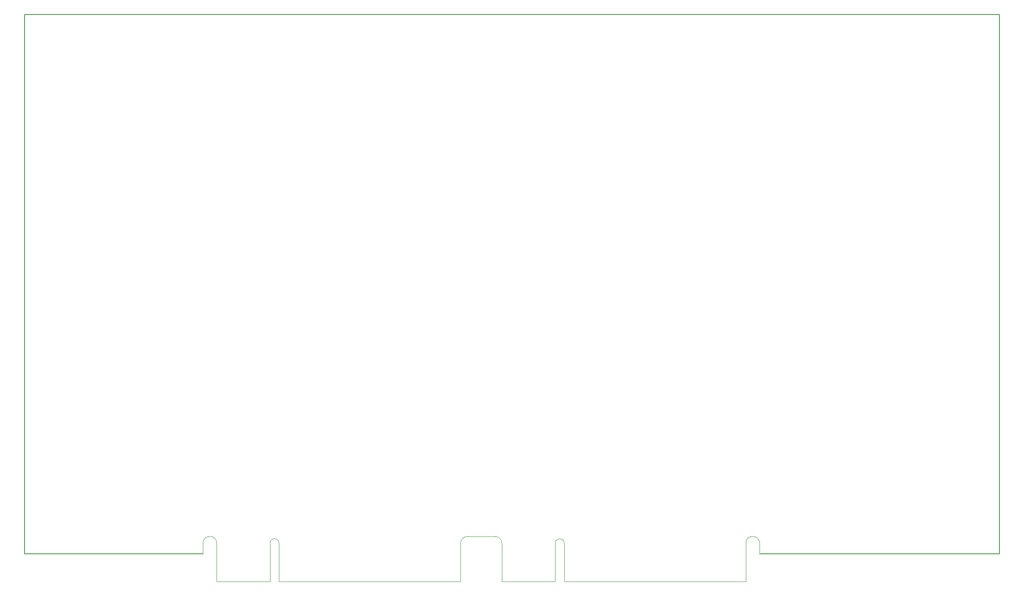
<source format=gm1>
G04 #@! TF.GenerationSoftware,KiCad,Pcbnew,(5.0.0-rc2-35-gda6600525)*
G04 #@! TF.CreationDate,2018-07-08T09:44:57-07:00*
G04 #@! TF.ProjectId,shifter,736869667465722E6B696361645F7063,rev?*
G04 #@! TF.SameCoordinates,Original*
G04 #@! TF.FileFunction,Profile,NP*
%FSLAX46Y46*%
G04 Gerber Fmt 4.6, Leading zero omitted, Abs format (unit mm)*
G04 Created by KiCad (PCBNEW (5.0.0-rc2-35-gda6600525)) date 07/08/18 09:44:57*
%MOMM*%
%LPD*%
G01*
G04 APERTURE LIST*
%ADD10C,0.150000*%
G04 #@! TA.AperFunction,NonConductor*
%ADD11C,0.120000*%
G04 #@! TD*
G04 APERTURE END LIST*
D10*
X270000000Y-47000000D02*
X270000000Y-160600000D01*
X65000000Y-47000000D02*
X270000000Y-47000000D01*
X65000000Y-160600000D02*
X65000000Y-47000000D01*
X219575000Y-160600000D02*
X270000000Y-160600000D01*
X102450000Y-160600000D02*
X65000000Y-160600000D01*
D11*
G04 #@! TO.C,P1*
X118477247Y-166408230D02*
X156677247Y-166408230D01*
X102477247Y-158358230D02*
X102477247Y-160608230D01*
X118477247Y-158358230D02*
G75*
G03X116577247Y-158358230I-950000J0D01*
G01*
X216677247Y-158358230D02*
X216677247Y-166408230D01*
X219577247Y-158358230D02*
G75*
G03X216677247Y-158358230I-1450000J0D01*
G01*
X105377247Y-158358230D02*
G75*
G03X102477247Y-158358230I-1450000J0D01*
G01*
X116577247Y-166408230D02*
X105377247Y-166408230D01*
X156677247Y-158358230D02*
X156677247Y-166408230D01*
X178477247Y-158358230D02*
G75*
G03X176577247Y-158358230I-950000J0D01*
G01*
X158127247Y-156908230D02*
G75*
G03X156677247Y-158358230I0J-1450000D01*
G01*
X178477247Y-158358230D02*
X178477247Y-160608230D01*
X158127247Y-156908230D02*
X163927247Y-156908230D01*
X105377247Y-166408230D02*
X105377247Y-158358230D01*
X178477247Y-160608230D02*
X178477247Y-166408230D01*
X176577247Y-160608230D02*
X176577247Y-158358230D01*
X118477247Y-158358230D02*
X118477247Y-160608230D01*
X176577247Y-166408230D02*
X165377247Y-166408230D01*
X116577247Y-160608230D02*
X116577247Y-158358230D01*
X118477247Y-160608230D02*
X118477247Y-166408230D01*
X116577247Y-160608230D02*
X116577247Y-166408230D01*
X178477247Y-166408230D02*
X216677247Y-166408230D01*
X219577247Y-158358230D02*
X219577247Y-160608230D01*
X176577247Y-160608230D02*
X176577247Y-166408230D01*
X165377247Y-158358230D02*
G75*
G03X163927247Y-156908230I-1450000J0D01*
G01*
X165377247Y-166408230D02*
X165377247Y-158358230D01*
G04 #@! TD*
M02*

</source>
